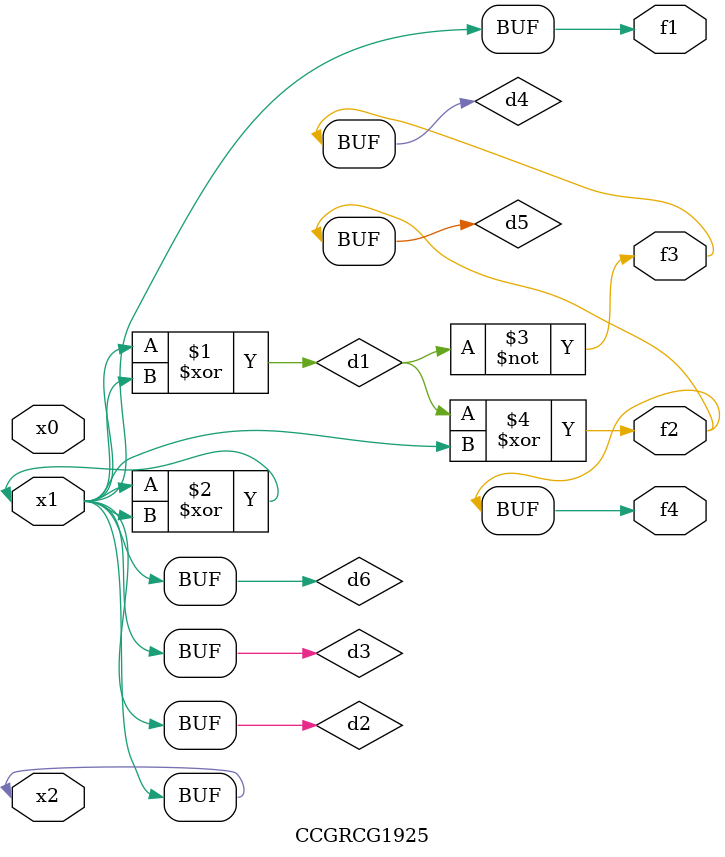
<source format=v>
module CCGRCG1925(
	input x0, x1, x2,
	output f1, f2, f3, f4
);

	wire d1, d2, d3, d4, d5, d6;

	xor (d1, x1, x2);
	buf (d2, x1, x2);
	xor (d3, x1, x2);
	nor (d4, d1);
	xor (d5, d1, d2);
	buf (d6, d2, d3);
	assign f1 = d6;
	assign f2 = d5;
	assign f3 = d4;
	assign f4 = d5;
endmodule

</source>
